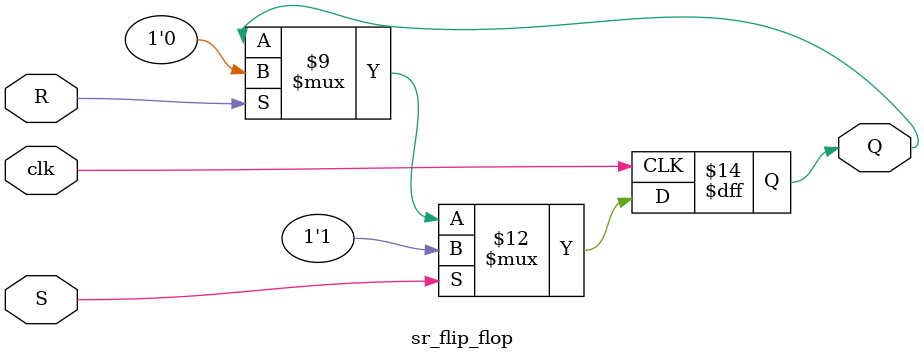
<source format=v>
module sr_flip_flop(S, R, clk , Q);
  
  input S, R, clk;
  
  output reg Q;
  
  always @(posedge clk)
  
    if(S==1)
      Q <= 1;
  
  	else if(R==1)
      Q <= 0;
    
  	else if(S==0 & R==0)
      Q <= Q;
     
endmodule

</source>
